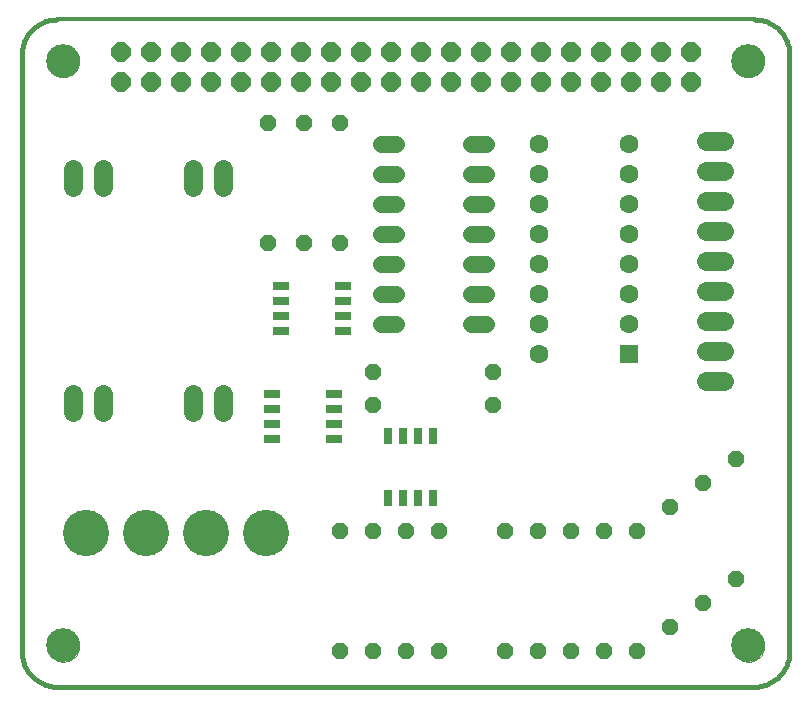
<source format=gts>
G75*
%MOIN*%
%OFA0B0*%
%FSLAX24Y24*%
%IPPOS*%
%LPD*%
%AMOC8*
5,1,8,0,0,1.08239X$1,22.5*
%
%ADD10C,0.0160*%
%ADD11C,0.0120*%
%ADD12C,0.0000*%
%ADD13C,0.1123*%
%ADD14OC8,0.0640*%
%ADD15C,0.1540*%
%ADD16R,0.0630X0.0630*%
%ADD17C,0.0630*%
%ADD18OC8,0.0560*%
%ADD19C,0.0634*%
%ADD20C,0.0560*%
%ADD21R,0.0290X0.0540*%
%ADD22R,0.0540X0.0290*%
D10*
X001461Y000280D02*
X024689Y000280D01*
X024755Y000282D01*
X024821Y000287D01*
X024887Y000297D01*
X024952Y000310D01*
X025016Y000326D01*
X025079Y000346D01*
X025141Y000370D01*
X025201Y000397D01*
X025260Y000427D01*
X025317Y000461D01*
X025372Y000498D01*
X025425Y000538D01*
X025476Y000580D01*
X025524Y000626D01*
X025570Y000674D01*
X025612Y000725D01*
X025652Y000778D01*
X025689Y000833D01*
X025723Y000890D01*
X025753Y000949D01*
X025780Y001009D01*
X025804Y001071D01*
X025824Y001134D01*
X025840Y001198D01*
X025853Y001263D01*
X025863Y001329D01*
X025868Y001395D01*
X025870Y001461D01*
X025871Y001461D02*
X025871Y021343D01*
X025870Y021343D02*
X025868Y021409D01*
X025863Y021475D01*
X025853Y021541D01*
X025840Y021606D01*
X025824Y021670D01*
X025804Y021733D01*
X025780Y021795D01*
X025753Y021855D01*
X025723Y021914D01*
X025689Y021971D01*
X025652Y022026D01*
X025612Y022079D01*
X025570Y022130D01*
X025524Y022178D01*
X025476Y022224D01*
X025425Y022266D01*
X025372Y022306D01*
X025317Y022343D01*
X025260Y022377D01*
X025201Y022407D01*
X025141Y022434D01*
X025079Y022458D01*
X025016Y022478D01*
X024952Y022494D01*
X024887Y022507D01*
X024821Y022517D01*
X024755Y022522D01*
X024689Y022524D01*
X001461Y022524D02*
X001395Y022522D01*
X001329Y022517D01*
X001263Y022507D01*
X001198Y022494D01*
X001134Y022478D01*
X001071Y022458D01*
X001009Y022434D01*
X000949Y022407D01*
X000890Y022377D01*
X000833Y022343D01*
X000778Y022306D01*
X000725Y022266D01*
X000674Y022224D01*
X000626Y022178D01*
X000580Y022130D01*
X000538Y022079D01*
X000498Y022026D01*
X000461Y021971D01*
X000427Y021914D01*
X000397Y021855D01*
X000370Y021795D01*
X000346Y021733D01*
X000326Y021670D01*
X000310Y021606D01*
X000297Y021541D01*
X000287Y021475D01*
X000282Y021409D01*
X000280Y021343D01*
X000280Y001461D01*
X000282Y001395D01*
X000287Y001329D01*
X000297Y001263D01*
X000310Y001198D01*
X000326Y001134D01*
X000346Y001071D01*
X000370Y001009D01*
X000397Y000949D01*
X000427Y000890D01*
X000461Y000833D01*
X000498Y000778D01*
X000538Y000725D01*
X000580Y000674D01*
X000626Y000626D01*
X000674Y000580D01*
X000725Y000538D01*
X000778Y000498D01*
X000833Y000461D01*
X000890Y000427D01*
X000949Y000397D01*
X001009Y000370D01*
X001071Y000346D01*
X001134Y000326D01*
X001198Y000310D01*
X001263Y000297D01*
X001329Y000287D01*
X001395Y000282D01*
X001461Y000280D01*
D11*
X001461Y022524D02*
X024689Y022524D01*
D12*
X023952Y021146D02*
X023954Y021192D01*
X023960Y021237D01*
X023969Y021282D01*
X023983Y021326D01*
X024000Y021369D01*
X024021Y021410D01*
X024045Y021449D01*
X024072Y021486D01*
X024102Y021520D01*
X024136Y021552D01*
X024171Y021581D01*
X024209Y021607D01*
X024249Y021629D01*
X024291Y021648D01*
X024335Y021663D01*
X024379Y021675D01*
X024424Y021683D01*
X024470Y021687D01*
X024516Y021687D01*
X024562Y021683D01*
X024607Y021675D01*
X024651Y021663D01*
X024695Y021648D01*
X024737Y021629D01*
X024777Y021607D01*
X024815Y021581D01*
X024850Y021552D01*
X024884Y021520D01*
X024914Y021486D01*
X024941Y021449D01*
X024965Y021410D01*
X024986Y021369D01*
X025003Y021326D01*
X025017Y021282D01*
X025026Y021237D01*
X025032Y021192D01*
X025034Y021146D01*
X025032Y021100D01*
X025026Y021055D01*
X025017Y021010D01*
X025003Y020966D01*
X024986Y020923D01*
X024965Y020882D01*
X024941Y020843D01*
X024914Y020806D01*
X024884Y020772D01*
X024850Y020740D01*
X024815Y020711D01*
X024777Y020685D01*
X024737Y020663D01*
X024695Y020644D01*
X024651Y020629D01*
X024607Y020617D01*
X024562Y020609D01*
X024516Y020605D01*
X024470Y020605D01*
X024424Y020609D01*
X024379Y020617D01*
X024335Y020629D01*
X024291Y020644D01*
X024249Y020663D01*
X024209Y020685D01*
X024171Y020711D01*
X024136Y020740D01*
X024102Y020772D01*
X024072Y020806D01*
X024045Y020843D01*
X024021Y020882D01*
X024000Y020923D01*
X023983Y020966D01*
X023969Y021010D01*
X023960Y021055D01*
X023954Y021100D01*
X023952Y021146D01*
X023952Y001658D02*
X023954Y001704D01*
X023960Y001749D01*
X023969Y001794D01*
X023983Y001838D01*
X024000Y001881D01*
X024021Y001922D01*
X024045Y001961D01*
X024072Y001998D01*
X024102Y002032D01*
X024136Y002064D01*
X024171Y002093D01*
X024209Y002119D01*
X024249Y002141D01*
X024291Y002160D01*
X024335Y002175D01*
X024379Y002187D01*
X024424Y002195D01*
X024470Y002199D01*
X024516Y002199D01*
X024562Y002195D01*
X024607Y002187D01*
X024651Y002175D01*
X024695Y002160D01*
X024737Y002141D01*
X024777Y002119D01*
X024815Y002093D01*
X024850Y002064D01*
X024884Y002032D01*
X024914Y001998D01*
X024941Y001961D01*
X024965Y001922D01*
X024986Y001881D01*
X025003Y001838D01*
X025017Y001794D01*
X025026Y001749D01*
X025032Y001704D01*
X025034Y001658D01*
X025032Y001612D01*
X025026Y001567D01*
X025017Y001522D01*
X025003Y001478D01*
X024986Y001435D01*
X024965Y001394D01*
X024941Y001355D01*
X024914Y001318D01*
X024884Y001284D01*
X024850Y001252D01*
X024815Y001223D01*
X024777Y001197D01*
X024737Y001175D01*
X024695Y001156D01*
X024651Y001141D01*
X024607Y001129D01*
X024562Y001121D01*
X024516Y001117D01*
X024470Y001117D01*
X024424Y001121D01*
X024379Y001129D01*
X024335Y001141D01*
X024291Y001156D01*
X024249Y001175D01*
X024209Y001197D01*
X024171Y001223D01*
X024136Y001252D01*
X024102Y001284D01*
X024072Y001318D01*
X024045Y001355D01*
X024021Y001394D01*
X024000Y001435D01*
X023983Y001478D01*
X023969Y001522D01*
X023960Y001567D01*
X023954Y001612D01*
X023952Y001658D01*
X001117Y001658D02*
X001119Y001704D01*
X001125Y001749D01*
X001134Y001794D01*
X001148Y001838D01*
X001165Y001881D01*
X001186Y001922D01*
X001210Y001961D01*
X001237Y001998D01*
X001267Y002032D01*
X001301Y002064D01*
X001336Y002093D01*
X001374Y002119D01*
X001414Y002141D01*
X001456Y002160D01*
X001500Y002175D01*
X001544Y002187D01*
X001589Y002195D01*
X001635Y002199D01*
X001681Y002199D01*
X001727Y002195D01*
X001772Y002187D01*
X001816Y002175D01*
X001860Y002160D01*
X001902Y002141D01*
X001942Y002119D01*
X001980Y002093D01*
X002015Y002064D01*
X002049Y002032D01*
X002079Y001998D01*
X002106Y001961D01*
X002130Y001922D01*
X002151Y001881D01*
X002168Y001838D01*
X002182Y001794D01*
X002191Y001749D01*
X002197Y001704D01*
X002199Y001658D01*
X002197Y001612D01*
X002191Y001567D01*
X002182Y001522D01*
X002168Y001478D01*
X002151Y001435D01*
X002130Y001394D01*
X002106Y001355D01*
X002079Y001318D01*
X002049Y001284D01*
X002015Y001252D01*
X001980Y001223D01*
X001942Y001197D01*
X001902Y001175D01*
X001860Y001156D01*
X001816Y001141D01*
X001772Y001129D01*
X001727Y001121D01*
X001681Y001117D01*
X001635Y001117D01*
X001589Y001121D01*
X001544Y001129D01*
X001500Y001141D01*
X001456Y001156D01*
X001414Y001175D01*
X001374Y001197D01*
X001336Y001223D01*
X001301Y001252D01*
X001267Y001284D01*
X001237Y001318D01*
X001210Y001355D01*
X001186Y001394D01*
X001165Y001435D01*
X001148Y001478D01*
X001134Y001522D01*
X001125Y001567D01*
X001119Y001612D01*
X001117Y001658D01*
X001117Y021146D02*
X001119Y021192D01*
X001125Y021237D01*
X001134Y021282D01*
X001148Y021326D01*
X001165Y021369D01*
X001186Y021410D01*
X001210Y021449D01*
X001237Y021486D01*
X001267Y021520D01*
X001301Y021552D01*
X001336Y021581D01*
X001374Y021607D01*
X001414Y021629D01*
X001456Y021648D01*
X001500Y021663D01*
X001544Y021675D01*
X001589Y021683D01*
X001635Y021687D01*
X001681Y021687D01*
X001727Y021683D01*
X001772Y021675D01*
X001816Y021663D01*
X001860Y021648D01*
X001902Y021629D01*
X001942Y021607D01*
X001980Y021581D01*
X002015Y021552D01*
X002049Y021520D01*
X002079Y021486D01*
X002106Y021449D01*
X002130Y021410D01*
X002151Y021369D01*
X002168Y021326D01*
X002182Y021282D01*
X002191Y021237D01*
X002197Y021192D01*
X002199Y021146D01*
X002197Y021100D01*
X002191Y021055D01*
X002182Y021010D01*
X002168Y020966D01*
X002151Y020923D01*
X002130Y020882D01*
X002106Y020843D01*
X002079Y020806D01*
X002049Y020772D01*
X002015Y020740D01*
X001980Y020711D01*
X001942Y020685D01*
X001902Y020663D01*
X001860Y020644D01*
X001816Y020629D01*
X001772Y020617D01*
X001727Y020609D01*
X001681Y020605D01*
X001635Y020605D01*
X001589Y020609D01*
X001544Y020617D01*
X001500Y020629D01*
X001456Y020644D01*
X001414Y020663D01*
X001374Y020685D01*
X001336Y020711D01*
X001301Y020740D01*
X001267Y020772D01*
X001237Y020806D01*
X001210Y020843D01*
X001186Y020882D01*
X001165Y020923D01*
X001148Y020966D01*
X001134Y021010D01*
X001125Y021055D01*
X001119Y021100D01*
X001117Y021146D01*
D13*
X001658Y021146D03*
X001658Y001658D03*
X024493Y001658D03*
X024493Y021146D03*
D14*
X022575Y021449D03*
X022575Y020449D03*
X021575Y020449D03*
X020575Y020449D03*
X019575Y020449D03*
X018575Y020449D03*
X017575Y020449D03*
X016575Y020449D03*
X015575Y020449D03*
X014575Y020449D03*
X013575Y020449D03*
X012575Y020449D03*
X011575Y020449D03*
X010575Y020449D03*
X009575Y020449D03*
X008575Y020449D03*
X007575Y020449D03*
X006575Y020449D03*
X005575Y020449D03*
X004575Y020449D03*
X003575Y020449D03*
X003575Y021449D03*
X004575Y021449D03*
X005575Y021449D03*
X006575Y021449D03*
X007575Y021449D03*
X008575Y021449D03*
X009575Y021449D03*
X010575Y021449D03*
X011575Y021449D03*
X012575Y021449D03*
X013575Y021449D03*
X014575Y021449D03*
X015575Y021449D03*
X016575Y021449D03*
X017575Y021449D03*
X018575Y021449D03*
X019575Y021449D03*
X020575Y021449D03*
X021575Y021449D03*
D15*
X008406Y005406D03*
X006406Y005406D03*
X004406Y005406D03*
X002406Y005406D03*
D16*
X020516Y011385D03*
D17*
X020516Y012385D03*
X020516Y013385D03*
X020516Y014385D03*
X020516Y015385D03*
X020516Y016385D03*
X020516Y017385D03*
X020516Y018385D03*
X017516Y018385D03*
X017516Y017385D03*
X017516Y016385D03*
X017516Y015385D03*
X017516Y014385D03*
X017516Y013385D03*
X017516Y012385D03*
X017516Y011385D03*
D18*
X015980Y010780D03*
X015980Y009680D03*
X011980Y009680D03*
X011980Y010780D03*
X010880Y015080D03*
X009680Y015080D03*
X008480Y015080D03*
X008480Y019080D03*
X009680Y019080D03*
X010880Y019080D03*
X024080Y007880D03*
X022980Y007080D03*
X021880Y006280D03*
X020780Y005480D03*
X019680Y005480D03*
X018580Y005480D03*
X017480Y005480D03*
X016380Y005480D03*
X014180Y005460D03*
X013080Y005460D03*
X011980Y005460D03*
X010880Y005460D03*
X010880Y001460D03*
X011980Y001460D03*
X013080Y001460D03*
X014180Y001460D03*
X016380Y001480D03*
X017480Y001480D03*
X018580Y001480D03*
X019680Y001480D03*
X020780Y001480D03*
X021880Y002280D03*
X022980Y003080D03*
X024080Y003880D03*
D19*
X023677Y010480D02*
X023083Y010480D01*
X023083Y011480D02*
X023677Y011480D01*
X023677Y012480D02*
X023083Y012480D01*
X023083Y013480D02*
X023677Y013480D01*
X023677Y014480D02*
X023083Y014480D01*
X023083Y015480D02*
X023677Y015480D01*
X023677Y016480D02*
X023083Y016480D01*
X023083Y017480D02*
X023677Y017480D01*
X023677Y018480D02*
X023083Y018480D01*
X006974Y017530D02*
X006974Y016936D01*
X005974Y016936D02*
X005974Y017530D01*
X002974Y017530D02*
X002974Y016936D01*
X001974Y016936D02*
X001974Y017530D01*
X001974Y010030D02*
X001974Y009436D01*
X002974Y009436D02*
X002974Y010030D01*
X005974Y010030D02*
X005974Y009436D01*
X006974Y009436D02*
X006974Y010030D01*
D20*
X012250Y012380D02*
X012770Y012380D01*
X012770Y013380D02*
X012250Y013380D01*
X012250Y014380D02*
X012770Y014380D01*
X012770Y015380D02*
X012250Y015380D01*
X012250Y016380D02*
X012770Y016380D01*
X012770Y017380D02*
X012250Y017380D01*
X012250Y018380D02*
X012770Y018380D01*
X015250Y018380D02*
X015770Y018380D01*
X015770Y017380D02*
X015250Y017380D01*
X015250Y016380D02*
X015770Y016380D01*
X015770Y015380D02*
X015250Y015380D01*
X015250Y014380D02*
X015770Y014380D01*
X015770Y013380D02*
X015250Y013380D01*
X015250Y012380D02*
X015770Y012380D01*
D21*
X013987Y008625D03*
X013487Y008625D03*
X012987Y008625D03*
X012487Y008625D03*
X012487Y006558D03*
X012987Y006558D03*
X013487Y006558D03*
X013987Y006558D03*
D22*
X010703Y008544D03*
X010703Y009044D03*
X010703Y009544D03*
X010703Y010044D03*
X008636Y010044D03*
X008636Y009544D03*
X008636Y009044D03*
X008636Y008544D03*
X008936Y012144D03*
X008936Y012644D03*
X008936Y013144D03*
X008936Y013644D03*
X011003Y013644D03*
X011003Y013144D03*
X011003Y012644D03*
X011003Y012144D03*
M02*

</source>
